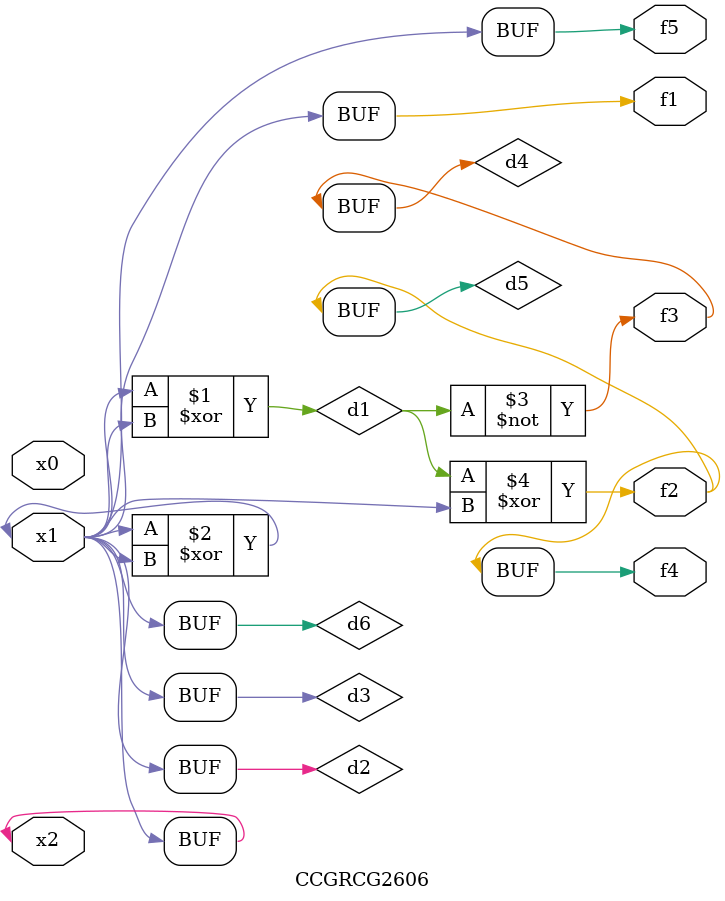
<source format=v>
module CCGRCG2606(
	input x0, x1, x2,
	output f1, f2, f3, f4, f5
);

	wire d1, d2, d3, d4, d5, d6;

	xor (d1, x1, x2);
	buf (d2, x1, x2);
	xor (d3, x1, x2);
	nor (d4, d1);
	xor (d5, d1, d2);
	buf (d6, d2, d3);
	assign f1 = d6;
	assign f2 = d5;
	assign f3 = d4;
	assign f4 = d5;
	assign f5 = d6;
endmodule

</source>
